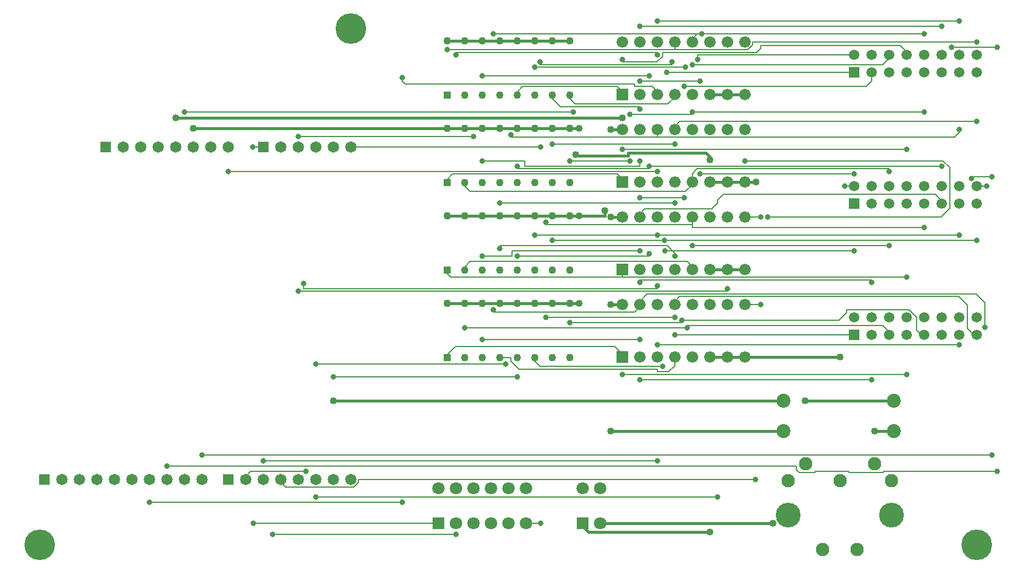
<source format=gbr>
G04 EasyPC Gerber Version 21.0.3 Build 4286 *
%FSLAX35Y35*%
%MOIN*%
%ADD18R,0.04283X0.04283*%
%ADD70R,0.05945X0.05945*%
%ADD85R,0.06496X0.06496*%
%ADD16R,0.06600X0.06600*%
%ADD94R,0.07087X0.07087*%
%ADD87C,0.00800*%
%ADD88C,0.01500*%
%ADD24C,0.03200*%
%ADD25C,0.04000*%
%ADD19C,0.04283*%
%ADD71C,0.05945*%
%ADD86C,0.06496*%
%ADD17C,0.06600*%
%ADD95C,0.07087*%
%ADD82C,0.07677*%
%ADD84C,0.07972*%
%ADD83C,0.14173*%
%ADD100C,0.17500*%
X0Y0D02*
D02*
D16*
X355250Y130250D03*
Y180250D03*
Y230250D03*
Y280250D03*
D02*
D17*
Y160250D03*
Y210250D03*
Y260250D03*
Y310250D03*
X365250Y130250D03*
Y160250D03*
Y180250D03*
Y210250D03*
Y230250D03*
Y260250D03*
Y280250D03*
Y310250D03*
X375250Y130250D03*
Y160250D03*
Y180250D03*
Y210250D03*
Y230250D03*
Y260250D03*
Y280250D03*
Y310250D03*
X385250Y130250D03*
Y160250D03*
Y180250D03*
Y210250D03*
Y230250D03*
Y260250D03*
Y280250D03*
Y310250D03*
X395250Y130250D03*
Y160250D03*
Y180250D03*
Y210250D03*
Y230250D03*
Y260250D03*
Y280250D03*
Y310250D03*
X405250Y130250D03*
Y160250D03*
Y180250D03*
Y210250D03*
Y230250D03*
Y260250D03*
Y280250D03*
Y310250D03*
X415250Y130250D03*
Y160250D03*
Y180250D03*
Y210250D03*
Y230250D03*
Y260250D03*
Y280250D03*
Y310250D03*
X425250Y130250D03*
Y160250D03*
Y180250D03*
Y210250D03*
Y230250D03*
Y260250D03*
Y280250D03*
Y310250D03*
D02*
D18*
X255250Y129758D03*
Y179758D03*
Y229758D03*
Y279758D03*
D02*
D19*
Y160742D03*
Y210742D03*
Y260742D03*
Y310742D03*
X265250Y129758D03*
Y160742D03*
Y179758D03*
Y210742D03*
Y229758D03*
Y260742D03*
Y279758D03*
Y310742D03*
X275250Y129758D03*
Y160742D03*
Y179758D03*
Y210742D03*
Y229758D03*
Y260742D03*
Y279758D03*
Y310742D03*
X285250Y129758D03*
Y160742D03*
Y179758D03*
Y210742D03*
Y229758D03*
Y260742D03*
Y279758D03*
Y310742D03*
X295250Y129758D03*
Y160742D03*
Y179758D03*
Y210742D03*
Y229758D03*
Y260742D03*
Y279758D03*
Y310742D03*
X305250Y129758D03*
Y160742D03*
Y179758D03*
Y210742D03*
Y229758D03*
Y260742D03*
Y279758D03*
Y310742D03*
X315250Y129758D03*
Y160742D03*
Y179758D03*
Y210742D03*
Y229758D03*
Y260742D03*
Y279758D03*
Y310742D03*
X325250Y129758D03*
Y160742D03*
Y179758D03*
Y210742D03*
Y229758D03*
Y260742D03*
Y279758D03*
Y310742D03*
D02*
D70*
X487750Y142750D03*
Y217750D03*
Y292750D03*
D02*
D71*
Y152750D03*
Y227750D03*
Y302750D03*
X497750Y142750D03*
Y152750D03*
Y217750D03*
Y227750D03*
Y292750D03*
Y302750D03*
X507750Y142750D03*
Y152750D03*
Y217750D03*
Y227750D03*
Y292750D03*
Y302750D03*
X517750Y142750D03*
Y152750D03*
Y217750D03*
Y227750D03*
Y292750D03*
Y302750D03*
X527750Y142750D03*
Y152750D03*
Y217750D03*
Y227750D03*
Y292750D03*
Y302750D03*
X537750Y142750D03*
Y152750D03*
Y217750D03*
Y227750D03*
Y292750D03*
Y302750D03*
X547750Y142750D03*
Y152750D03*
Y217750D03*
Y227750D03*
Y292750D03*
Y302750D03*
X557750Y142750D03*
Y152750D03*
Y217750D03*
Y227750D03*
Y292750D03*
Y302750D03*
D02*
D24*
X85250Y47250D03*
X95250Y67750D03*
X105250Y270250D03*
X115250Y74250D03*
X130250Y236250D03*
X144250Y250250D03*
X144750Y35250D03*
X150250Y70750D03*
X155750Y28750D03*
X170250Y167750D03*
Y256250D03*
X173250Y172250D03*
X174750Y64750D03*
X180250Y50250D03*
Y126250D03*
X190250Y118750D03*
X229750Y47250D03*
Y289750D03*
X255250Y305750D03*
X260250Y28750D03*
Y302750D03*
X265250Y146750D03*
X270250Y256250D03*
X275250Y140250D03*
Y187750D03*
Y242250D03*
Y290750D03*
X281750Y157250D03*
Y314750D03*
X285250Y192250D03*
Y218250D03*
X288750Y126250D03*
X291750Y257250D03*
X295250Y118750D03*
Y187750D03*
Y239250D03*
X305250Y199750D03*
Y295750D03*
X308250Y298750D03*
X308750Y35250D03*
Y250250D03*
X311750Y152750D03*
Y207250D03*
X315250Y196750D03*
Y251750D03*
X325250Y149750D03*
Y242250D03*
X327250Y270250D03*
X355250Y120250D03*
Y248750D03*
Y300250D03*
X359750Y242250D03*
Y268750D03*
X365250Y117250D03*
Y140250D03*
Y172750D03*
Y190750D03*
Y221250D03*
Y242250D03*
Y271750D03*
Y287750D03*
Y319250D03*
X370750Y189250D03*
Y239250D03*
Y290750D03*
X375250Y70750D03*
Y137250D03*
Y170750D03*
Y199750D03*
Y236250D03*
Y302750D03*
Y322250D03*
X378250Y124750D03*
X379250Y196750D03*
X379750Y190750D03*
X380750Y292750D03*
X383750Y298750D03*
X385250Y142750D03*
Y152750D03*
Y187750D03*
Y218250D03*
Y251750D03*
X389250Y151250D03*
X390750Y221250D03*
Y284750D03*
X391250Y295750D03*
X392250Y146750D03*
X395250Y193750D03*
Y270250D03*
Y297250D03*
X398250Y300250D03*
X399750Y234750D03*
Y287750D03*
X400750Y314750D03*
X409750Y50250D03*
X415250Y169250D03*
X425250Y242250D03*
X431250Y60250D03*
X434250Y160250D03*
Y210250D03*
X438250D03*
X482250Y227750D03*
X487750Y190750D03*
Y234750D03*
Y302750D03*
X497750Y117250D03*
Y172750D03*
X507750Y193750D03*
Y236250D03*
X517750Y120250D03*
Y175750D03*
Y248750D03*
X527750Y204250D03*
Y270250D03*
Y314750D03*
X537750Y239250D03*
Y319250D03*
X543250Y307250D03*
X547750Y137250D03*
Y199750D03*
Y260250D03*
Y322250D03*
X554750Y232250D03*
X557750Y196750D03*
Y264750D03*
Y310250D03*
X562250Y147250D03*
X563250Y227750D03*
X566250Y74250D03*
Y233250D03*
X569250Y64750D03*
Y307250D03*
D02*
D25*
X100250Y266750D03*
X110250Y260750D03*
X190250Y105250D03*
X328750Y245750D03*
X330750Y160750D03*
Y210750D03*
Y260750D03*
X345250Y213750D03*
X348750Y87750D03*
Y160250D03*
Y210250D03*
Y260250D03*
X355250Y266750D03*
X405250Y30250D03*
Y242750D03*
X431750Y230250D03*
X441250Y35250D03*
X459750Y105250D03*
X479750Y130250D03*
X499250Y87750D03*
D02*
D82*
X450093Y59463D03*
X459935Y69305D03*
X469778Y20093D03*
X479620Y59463D03*
X489463Y20093D03*
X499305Y69305D03*
X509148Y59463D03*
D02*
D83*
X450093Y39778D03*
X509148D03*
D02*
D84*
X447258Y87750D03*
Y105250D03*
X510250Y87750D03*
Y105250D03*
D02*
D85*
X25250Y60250D03*
X60250Y250250D03*
X130250Y60250D03*
X150250Y250250D03*
D02*
D86*
X35250Y60250D03*
X45250D03*
X55250D03*
X65250D03*
X70250Y250250D03*
X75250Y60250D03*
X80250Y250250D03*
X85250Y60250D03*
X90250Y250250D03*
X95250Y60250D03*
X100250Y250250D03*
X105250Y60250D03*
X110250Y250250D03*
X115250Y60250D03*
X120250Y250250D03*
X130250D03*
X140250Y60250D03*
X150250D03*
X160250D03*
Y250250D03*
X170250Y60250D03*
Y250250D03*
X180250Y60250D03*
Y250250D03*
X190250Y60250D03*
Y250250D03*
X200250Y60250D03*
Y250250D03*
D02*
D87*
X144250D02*
X150250D01*
X144750Y35250D02*
X250250D01*
X170250Y256250D02*
X270250D01*
X174750Y64750D02*
X142982D01*
X140250Y62018*
Y60250*
X180250Y50250D02*
X409750D01*
X229750Y47250D02*
X85250D01*
X229750Y289750D02*
Y287982D01*
X231482Y286250*
X362250*
Y284750*
X372518*
X375250Y282018*
Y280250*
X260250Y28750D02*
X155750D01*
X260250Y302750D02*
Y304250D01*
X375250*
Y302750*
X265250Y146750D02*
X392250D01*
X265250Y179758D02*
Y181526D01*
X268474Y184750*
X392518*
X395250Y182018*
Y180250*
X275250Y187750D02*
X292250D01*
Y190750*
X365250*
X281750Y157250D02*
Y155750D01*
X362518*
X365250Y158482*
Y160250*
X281750Y314750D02*
X400750D01*
X288750Y126250D02*
X180250D01*
X295250Y118750D02*
X190250D01*
X305250Y199750D02*
X375250D01*
X308750Y35250D02*
X300250D01*
X308750Y250250D02*
X200250D01*
X311750Y152750D02*
X385250D01*
X315250Y196750D02*
X379250D01*
X315250Y251750D02*
X385250D01*
X325250Y149750D02*
X389250D01*
Y151250*
X327250Y270250D02*
X105250D01*
X355250Y120250D02*
X517750D01*
X355250Y130250D02*
Y132018D01*
X351018Y136250*
X259974*
X255250Y131526*
Y129758*
X355250Y175750D02*
Y180250D01*
Y175750D02*
X257490D01*
X255250Y177990*
Y179758*
X355250Y175750D02*
X517750D01*
X355250Y230250D02*
Y232018D01*
X352518Y234750*
X258474*
X255250Y231526*
Y229758*
X355250Y248750D02*
X517750D01*
X355250Y280250D02*
Y282018D01*
X352518Y284750*
X298474*
X295250Y281526*
Y279758*
X355250Y300250D02*
Y298750D01*
X375069*
X378250Y301931*
Y304250*
X432018*
X434250Y306482*
Y308250*
X514018*
X517750Y304518*
Y302750*
X359750Y242250D02*
X325250D01*
X365250Y117250D02*
X497750D01*
X365250Y140250D02*
X275250D01*
X365250Y172750D02*
Y174250D01*
X497750*
Y172750*
X365250Y242250D02*
Y239250D01*
X299750*
Y242250*
X275250*
X365250Y271750D02*
Y273250D01*
X319990*
X315250Y277990*
Y279758*
X365250Y319250D02*
X537750D01*
X370750Y189250D02*
Y187750D01*
X295250*
X370750Y239250D02*
Y237750D01*
X295250*
Y239250*
X370750Y290750D02*
X275250D01*
X375250Y70750D02*
X150250D01*
X375250Y170750D02*
Y169250D01*
X173250*
Y172250*
X375250Y199750D02*
X547750D01*
X375250Y236250D02*
X130250D01*
X375250Y255750D02*
Y260250D01*
Y255750D02*
X545018D01*
X547750Y258482*
Y260250*
X375250Y255750D02*
X291750D01*
Y257250*
X375250Y322250D02*
X547750D01*
X378250Y124750D02*
X308490D01*
X305250Y127990*
Y129758*
X379250Y196750D02*
X557750D01*
X379750Y190750D02*
X487750D01*
X380750Y292750D02*
X487750D01*
X383750Y298750D02*
Y297250D01*
X308250*
Y298750*
X385250Y130250D02*
Y125116D01*
X381884Y121750*
X375250*
Y123250*
X296490*
X291750Y127990*
Y129758*
X285250*
X385250Y142750D02*
X487750D01*
X385250Y160250D02*
Y162018D01*
X387982Y164750*
X547250*
X552250Y159750*
Y146482*
X555982Y142750*
X557750*
X385250Y187750D02*
Y189518D01*
X381018Y193750*
X285250*
Y192250*
X385250Y218250D02*
X285250D01*
X385250Y280250D02*
Y278482D01*
X381518Y274750*
X328490*
X325250Y277990*
Y279758*
X385250Y305750D02*
Y310250D01*
Y305750D02*
X427018D01*
X429750Y308482*
Y310250*
X557750*
X385250Y305750D02*
X255250D01*
X389250Y151250D02*
X479018D01*
X483250Y155482*
Y157250*
X519011*
X523250Y153011*
Y145482*
X525982Y142750*
X527750*
X390750Y221250D02*
X365250D01*
X390750Y284750D02*
X494634D01*
X497750Y287866*
Y292750*
X391250Y295750D02*
X305250D01*
X392250Y146750D02*
Y148250D01*
X504018*
X507750Y144518*
Y142750*
X395250Y193750D02*
X507750D01*
X395250Y205750D02*
Y210250D01*
Y205750D02*
Y204250D01*
X527750*
X395250Y205750D02*
X311750D01*
Y207250*
X395250Y230250D02*
Y228482D01*
X391518Y224750*
X268490*
X265250Y227990*
Y229758*
X395250Y270250D02*
Y268750D01*
X359750*
X395250Y297250D02*
X504018D01*
X507750Y300982*
Y302750*
X398250Y300250D02*
Y302750D01*
X487750*
X399750Y234750D02*
X487750D01*
X399750Y287750D02*
X365250D01*
X415250Y169250D02*
Y167750D01*
X170250*
X425250Y242250D02*
X538570D01*
X542250Y238570*
Y215250*
X537250Y210250*
X438250*
X431250Y60250D02*
X204750D01*
Y58482*
X202018Y55750*
X162982*
X160250Y58482*
Y60250*
X434250Y160250D02*
X425250D01*
X434250Y210250D02*
X425250D01*
X482250Y227750D02*
X487750D01*
Y302750D02*
X507750Y236250*
Y237750D01*
X398116*
X395250Y234884*
Y230250*
X527750Y270250D02*
X395250D01*
X527750Y314750D02*
X397982D01*
X395250Y312018*
Y310250*
X537750Y217750D02*
Y219518D01*
X534018Y223250*
X413116*
X409750Y219884*
Y218116*
X406384Y214750*
X367982*
X365250Y212018*
Y210250*
X537750Y239250D02*
X370750D01*
X543250Y307250D02*
X569250D01*
X547750Y137250D02*
X375250D01*
X554750Y232250D02*
Y233250D01*
X566250*
X557750Y264750D02*
X387982D01*
X385250Y262018*
Y260250*
X562250Y147250D02*
Y161250D01*
X557250Y166250*
X369482*
X365250Y162018*
Y160250*
X563250Y227750D02*
X557750D01*
X566250Y74250D02*
X115250D01*
X569250Y64750D02*
X504250D01*
Y64250*
X484750*
Y64750*
X465250*
Y64250*
X456482*
X454750Y65982*
Y67750*
X95250*
D02*
D88*
X110250Y260750D02*
X255250D01*
Y260742*
X190250Y105250D02*
X447258D01*
X255250Y260742D02*
X265250D01*
Y160742D02*
X275250D01*
X265250D02*
X255250D01*
X265250Y210742D02*
X275250D01*
X265250D02*
X255250D01*
X265250Y260742D02*
X275250D01*
X265250Y310742D02*
X275250D01*
X265250D02*
X255250D01*
X275250Y160742D02*
X285250D01*
X275250Y210742D02*
X285250D01*
X275250Y260742D02*
X285250D01*
X275250Y310742D02*
X285250D01*
Y160742D02*
X295250D01*
X285250Y210742D02*
X295250D01*
X285250Y260742D02*
X295250D01*
X285250Y310742D02*
X295250D01*
Y160742D02*
X305250D01*
X295250Y210742D02*
X305250D01*
X295250Y260742D02*
X305250D01*
X295250Y310742D02*
X305250D01*
Y160742D02*
X315250D01*
X305250Y210742D02*
X315250D01*
X305250Y260742D02*
X315250D01*
X305250Y310742D02*
X315250D01*
Y160742D02*
X325250D01*
X315250Y210742D02*
X325250D01*
X315250Y260742D02*
X325250D01*
X315250Y310742D02*
X325250D01*
X330750Y160750D02*
X325250D01*
Y160742*
X330750Y210750D02*
X325250D01*
Y210742*
X330750Y260750D02*
X325250D01*
Y260742*
X345250Y213750D02*
Y210750D01*
X330750*
X348750Y87750D02*
X447258D01*
X348750Y160250D02*
X355250D01*
X348750Y210250D02*
X355250D01*
X348750Y260250D02*
X355250D01*
Y266750D02*
X100250D01*
X405250Y30250D02*
X335982D01*
X332750Y33482*
Y35250*
X405250Y242750D02*
Y244518D01*
X403018Y246750*
X358750*
Y245250*
X328750*
Y245750*
X415250Y130250D02*
X405250D01*
X415250Y180250D02*
X425250D01*
X415250D02*
X405250D01*
X415250Y230250D02*
X405250D01*
X415250Y280250D02*
X425250D01*
X415250D02*
X405250D01*
X425250Y130250D02*
X415250D01*
X425250Y230250D02*
X415250D01*
X431750D02*
X425250D01*
X441250Y35250D02*
X342750D01*
X459750Y105250D02*
X510250D01*
X479750Y130250D02*
X425250D01*
X499250Y87750D02*
X510250D01*
D02*
D94*
X250250Y35250D03*
X332750D03*
D02*
D95*
X250250Y55250D03*
X260250Y35250D03*
Y55250D03*
X270250Y35250D03*
Y55250D03*
X280250Y35250D03*
Y55250D03*
X290250Y35250D03*
Y55250D03*
X300250Y35250D03*
Y55250D03*
X332750D03*
X342750Y35250D03*
Y55250D03*
D02*
D100*
X22750Y22750D03*
X200250Y317750D03*
X557750Y22750D03*
X0Y0D02*
M02*

</source>
